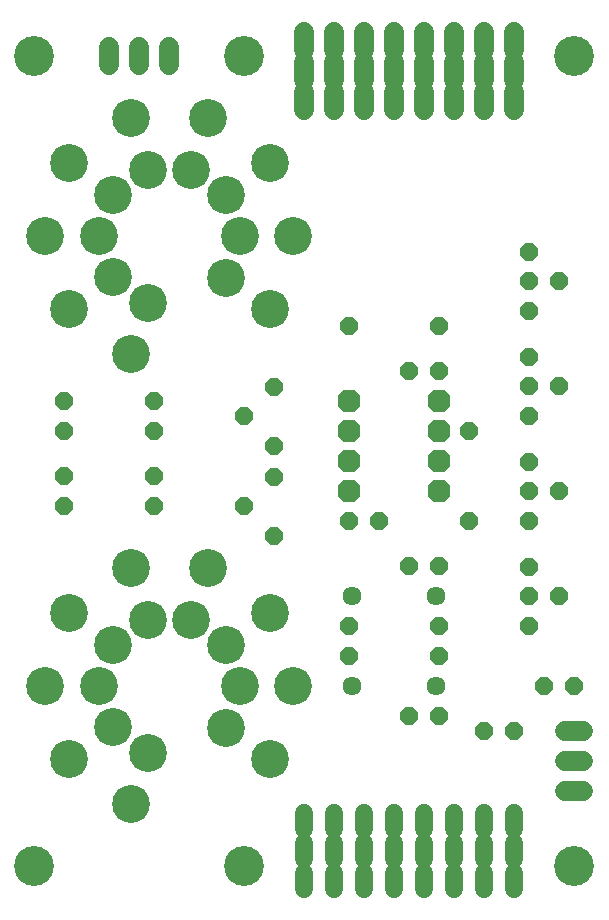
<source format=gbs>
G75*
%MOIN*%
%OFA0B0*%
%FSLAX24Y24*%
%IPPOS*%
%LPD*%
%AMOC8*
5,1,8,0,0,1.08239X$1,22.5*
%
%ADD10C,0.1330*%
%ADD11C,0.1265*%
%ADD12OC8,0.0600*%
%ADD13C,0.0680*%
%ADD14OC8,0.0760*%
%ADD15C,0.0600*%
%ADD16OC8,0.0595*%
%ADD17C,0.0634*%
D10*
X001100Y002180D03*
X008100Y002180D03*
X019100Y002180D03*
X019100Y029180D03*
X008100Y029180D03*
X001100Y029180D03*
D11*
X002256Y025610D03*
X003707Y024555D03*
X003261Y023177D03*
X003706Y021808D03*
X004877Y020955D03*
X004323Y019248D03*
X002254Y020752D03*
X001466Y023177D03*
X004323Y027112D03*
X004877Y025405D03*
X006323Y025405D03*
X006877Y027112D03*
X007494Y024552D03*
X007939Y023183D03*
X007493Y021805D03*
X008944Y020750D03*
X009734Y023183D03*
X008946Y025608D03*
X006877Y012112D03*
X006323Y010405D03*
X007494Y009552D03*
X007939Y008183D03*
X007493Y006805D03*
X008944Y005750D03*
X009734Y008183D03*
X008946Y010608D03*
X004877Y010405D03*
X004323Y012112D03*
X003707Y009555D03*
X003261Y008177D03*
X003706Y006808D03*
X004877Y005955D03*
X004323Y004248D03*
X002254Y005752D03*
X001466Y008177D03*
X002256Y010610D03*
D12*
X002100Y014180D03*
X002100Y015180D03*
X002100Y016680D03*
X002100Y017680D03*
X005100Y017680D03*
X005100Y016680D03*
X005100Y015180D03*
X005100Y014180D03*
X008100Y014180D03*
X009100Y013190D03*
X009100Y015170D03*
X009100Y016190D03*
X008100Y017180D03*
X009100Y018170D03*
X011600Y020180D03*
X013600Y018680D03*
X014600Y018680D03*
X014600Y020180D03*
X015600Y016680D03*
X017600Y017190D03*
X018600Y018180D03*
X017600Y019170D03*
X017600Y020690D03*
X018600Y021680D03*
X017600Y022670D03*
X017600Y015670D03*
X018600Y014680D03*
X017600Y013690D03*
X017600Y012170D03*
X018600Y011180D03*
X017600Y010190D03*
X018100Y008180D03*
X019100Y008180D03*
X017100Y006680D03*
X016100Y006680D03*
X014600Y007180D03*
X013600Y007180D03*
X014600Y009180D03*
X014600Y010180D03*
X014600Y012180D03*
X013600Y012180D03*
X012600Y013680D03*
X011600Y013680D03*
X011600Y010180D03*
X011600Y009180D03*
X015600Y013680D03*
D13*
X018800Y006680D02*
X019400Y006680D01*
X019400Y005680D02*
X018800Y005680D01*
X018800Y004680D02*
X019400Y004680D01*
X017100Y027380D02*
X017100Y027980D01*
X017100Y028380D02*
X017100Y028980D01*
X017100Y029380D02*
X017100Y029980D01*
X016100Y029980D02*
X016100Y029380D01*
X016100Y028980D02*
X016100Y028380D01*
X016100Y027980D02*
X016100Y027380D01*
X015100Y027380D02*
X015100Y027980D01*
X015100Y028380D02*
X015100Y028980D01*
X015100Y029380D02*
X015100Y029980D01*
X014100Y029980D02*
X014100Y029380D01*
X014100Y028980D02*
X014100Y028380D01*
X014100Y027980D02*
X014100Y027380D01*
X013100Y027380D02*
X013100Y027980D01*
X013100Y028380D02*
X013100Y028980D01*
X013100Y029380D02*
X013100Y029980D01*
X012100Y029980D02*
X012100Y029380D01*
X012100Y028980D02*
X012100Y028380D01*
X012100Y027980D02*
X012100Y027380D01*
X011100Y027380D02*
X011100Y027980D01*
X011100Y028380D02*
X011100Y028980D01*
X011100Y029380D02*
X011100Y029980D01*
X010100Y029980D02*
X010100Y029380D01*
X010100Y028980D02*
X010100Y028380D01*
X010100Y027980D02*
X010100Y027380D01*
X005600Y028880D02*
X005600Y029480D01*
X004600Y029480D02*
X004600Y028880D01*
X003600Y028880D02*
X003600Y029480D01*
D14*
X011600Y017680D03*
X011600Y016680D03*
X011600Y015680D03*
X011600Y014680D03*
X014600Y014680D03*
X014600Y015680D03*
X014600Y016680D03*
X014600Y017680D03*
D15*
X014100Y003940D02*
X014100Y003420D01*
X014100Y002940D02*
X014100Y002420D01*
X014100Y001940D02*
X014100Y001420D01*
X013100Y001420D02*
X013100Y001940D01*
X013100Y002420D02*
X013100Y002940D01*
X013100Y003420D02*
X013100Y003940D01*
X012100Y003940D02*
X012100Y003420D01*
X012100Y002940D02*
X012100Y002420D01*
X012100Y001940D02*
X012100Y001420D01*
X011100Y001420D02*
X011100Y001940D01*
X011100Y002420D02*
X011100Y002940D01*
X011100Y003420D02*
X011100Y003940D01*
X010100Y003940D02*
X010100Y003420D01*
X010100Y002940D02*
X010100Y002420D01*
X010100Y001940D02*
X010100Y001420D01*
X015100Y001420D02*
X015100Y001940D01*
X015100Y002420D02*
X015100Y002940D01*
X015100Y003420D02*
X015100Y003940D01*
X016100Y003940D02*
X016100Y003420D01*
X016100Y002940D02*
X016100Y002420D01*
X016100Y001940D02*
X016100Y001420D01*
X017100Y001420D02*
X017100Y001940D01*
X017100Y002420D02*
X017100Y002940D01*
X017100Y003420D02*
X017100Y003940D01*
D16*
X017600Y011180D03*
X017600Y014680D03*
X017600Y018180D03*
X017600Y021680D03*
D17*
X014500Y011180D03*
X014500Y008180D03*
X011700Y008180D03*
X011700Y011180D03*
M02*

</source>
